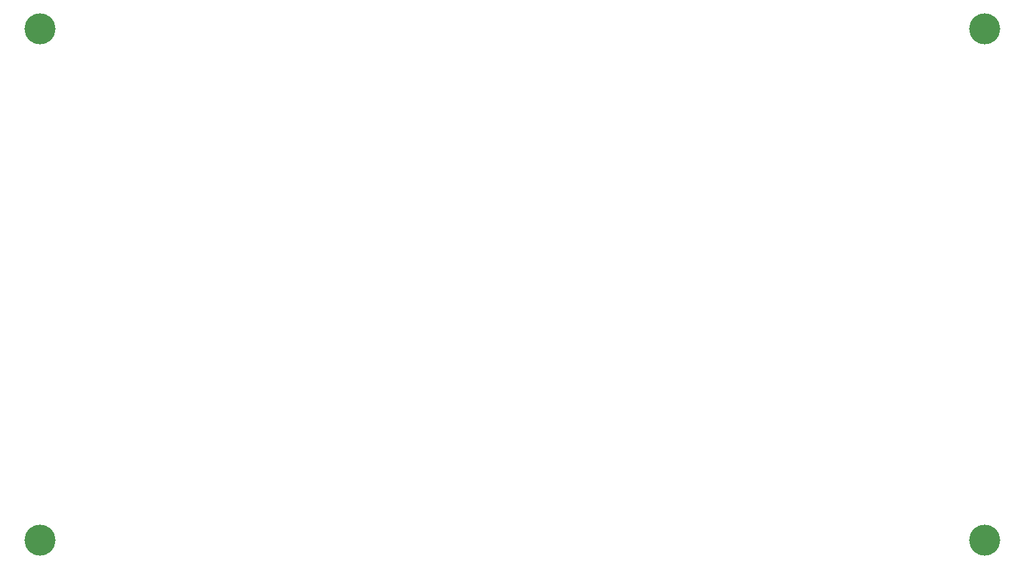
<source format=gbr>
G04 GENERATED BY PULSONIX 7.0 GERBER.DLL 4573*
%INHILLSTAR_100X50_EL_4LAYER_V1_0*%
%LNGERBER_SOLDERMASK_TOP*%
%FSLAX33Y33*%
%IPPOS*%
%LPD*%
%OFA0B0*%
%MOMM*%
%ADD628C,4.000*%
X0Y0D02*
D02*
D628*
X66034Y95400D03*
Y161400D03*
X188034Y95400D03*
Y161400D03*
X0Y0D02*
M02*

</source>
